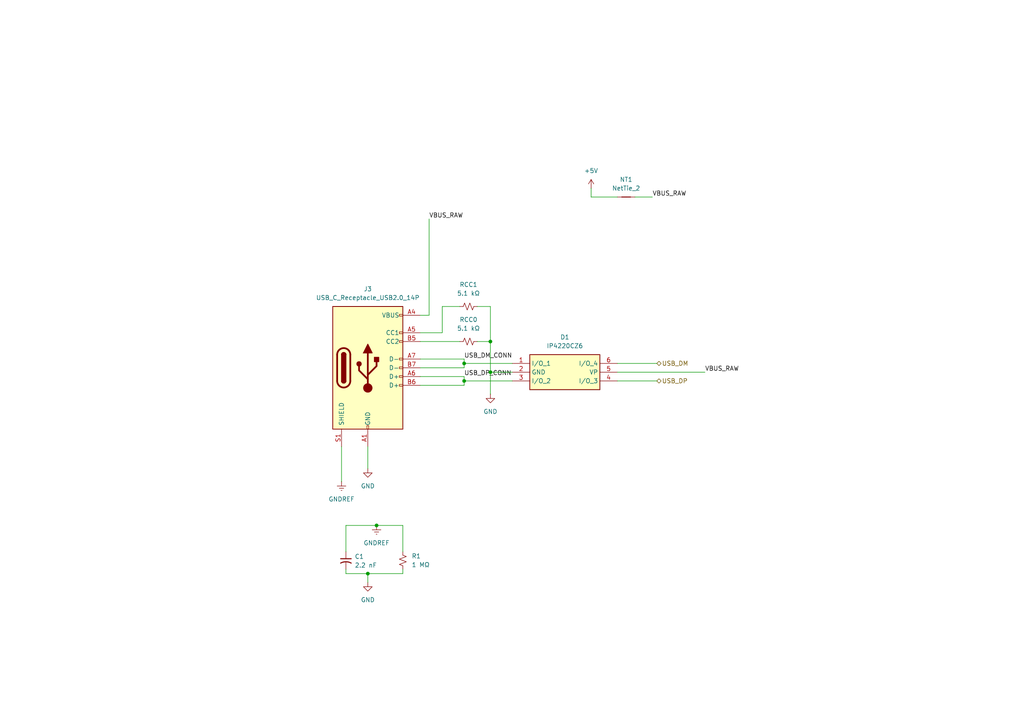
<source format=kicad_sch>
(kicad_sch (version 20250114) (generator "eeschema") (generator_version "9.0")
  (paper "A4")
  (title_block (title "Frontend") (date "2025-10-22") (rev "1"))
  (lib_symbols
    (symbol "Connector:USB_C_Receptacle_USB2.0_14P" (pin_names (offset 1.016))
      (property "Reference" "J1" (at 0 22.86 0))
      (property "Value" "USB_C_Receptacle_USB2.0_14P" (at 0 20.32 0))
      (symbol "USB_C_Receptacle_USB2.0_14P_0_0"
        (rectangle (start -0.254 -17.78) (end 0.254 -16.764))
        (rectangle (start 10.16 15.494) (end 9.144 14.986))
        (rectangle (start 10.16 10.414) (end 9.144 9.906))
        (rectangle (start 10.16 7.874) (end 9.144 7.366))
        (rectangle (start 10.16 2.794) (end 9.144 2.286))
        (rectangle (start 10.16 0.254) (end 9.144 -0.254))
        (rectangle (start 10.16 -2.286) (end 9.144 -2.794))
        (rectangle (start 10.16 -4.826) (end 9.144 -5.334))
      )
      (symbol "USB_C_Receptacle_USB2.0_14P_0_1"
        (rectangle (start -10.16 17.78) (end 10.16 -17.78) (stroke (width 0.254)) (fill (type background)))
        (polyline (pts (xy -8.89 -3.81) (xy -8.89 3.81)) (stroke (width 0.508)))
        (rectangle (start -7.62 -3.81) (end -6.35 3.81) (stroke (width 0.254)) (fill (type outline)))
        (arc (start -7.62 3.81) (mid -6.985 4.4423) (end -6.35 3.81) (stroke (width 0.254)))
        (arc (start -7.62 3.81) (mid -6.985 4.4423) (end -6.35 3.81) (stroke (width 0.254)) (fill (type outline)))
        (arc (start -8.89 3.81) (mid -6.985 5.7067) (end -5.08 3.81) (stroke (width 0.508)))
        (arc (start -5.08 -3.81) (mid -6.985 -5.7067) (end -8.89 -3.81) (stroke (width 0.508)))
        (arc (start -6.35 -3.81) (mid -6.985 -4.4423) (end -7.62 -3.81) (stroke (width 0.254)))
        (arc (start -6.35 -3.81) (mid -6.985 -4.4423) (end -7.62 -3.81) (stroke (width 0.254)) (fill (type outline)))
        (polyline (pts (xy -5.08 3.81) (xy -5.08 -3.81)) (stroke (width 0.508)))
        (circle (center -2.54 1.143) (radius 0.635) (stroke (width 0.254)) (fill (type outline)))
        (polyline (pts (xy -1.27 4.318) (xy 0 6.858) (xy 1.27 4.318) (xy -1.27 4.318)) (stroke (width 0.254)) (fill (type outline)))
        (polyline (pts (xy 0 -2.032) (xy 2.54 0.508) (xy 2.54 1.778)) (stroke (width 0.508)))
        (polyline (pts (xy 0 -3.302) (xy -2.54 -0.762) (xy -2.54 0.508)) (stroke (width 0.508)))
        (polyline (pts (xy 0 -5.842) (xy 0 4.318)) (stroke (width 0.508)))
        (circle (center 0 -5.842) (radius 1.27) (fill (type outline)))
        (rectangle (start 1.905 1.778) (end 3.175 3.048) (stroke (width 0.254)) (fill (type outline)))
      )
      (symbol "USB_C_Receptacle_USB2.0_14P_1_1"
        (pin passive line (at -7.62 -22.86 90) (length 5.08) (name "SHIELD") (number "S1"))
        (pin passive line (at 0 -22.86 90) (length 5.08) (name "GND") (number "A1"))
        (pin passive line (at 0 -22.86 90) (length 5.08) (hide yes) (name "GND") (number "A12"))
        (pin passive line (at 0 -22.86 90) (length 5.08) (hide yes) (name "GND") (number "B1"))
        (pin passive line (at 0 -22.86 90) (length 5.08) (hide yes) (name "GND") (number "B12"))
        (pin passive line (at 15.24 15.24 180) (length 5.08) (name "VBUS") (number "A4"))
        (pin passive line (at 15.24 15.24 180) (length 5.08) (hide yes) (name "VBUS") (number "A9"))
        (pin passive line (at 15.24 15.24 180) (length 5.08) (hide yes) (name "VBUS") (number "B4"))
        (pin passive line (at 15.24 15.24 180) (length 5.08) (hide yes) (name "VBUS") (number "B9"))
        (pin bidirectional line (at 15.24 10.16 180) (length 5.08) (name "CC1") (number "A5"))
        (pin bidirectional line (at 15.24 7.62 180) (length 5.08) (name "CC2") (number "B5"))
        (pin bidirectional line (at 15.24 2.54 180) (length 5.08) (name "D-") (number "A7"))
        (pin bidirectional line (at 15.24 0 180) (length 5.08) (name "D-") (number "B7"))
        (pin bidirectional line (at 15.24 -2.54 180) (length 5.08) (name "D+") (number "A6"))
        (pin bidirectional line (at 15.24 -5.08 180) (length 5.08) (name "D+") (number "B6"))
      )
    )
    (symbol "Device:C_Small_US" (pin_numbers (hide yes)) (pin_names (offset 0.254) (hide yes))
      (property "Reference" "C" (at 0.254 1.778 0))
      (property "Value" "C_Small_US" (at 0.254 -2.032 0))
      (symbol "C_Small_US_0_1"
        (polyline (pts (xy -1.524 0.508) (xy 1.524 0.508)) (stroke (width 0.3048)))
        (arc (start -1.524 -0.762) (mid 0 -0.3734) (end 1.524 -0.762) (stroke (width 0.3048)))
      )
      (symbol "C_Small_US_1_1"
        (pin passive line (at 0 2.54 270) (length 2.032) (name "~") (number "1"))
        (pin passive line (at 0 -2.54 90) (length 2.032) (name "~") (number "2"))
      )
    )
    (symbol "Device:NetTie_2" (pin_numbers (hide yes)) (pin_names (offset 0) (hide yes)) (in_bom no)
      (property "Reference" "NT" (at 0 1.27 0))
      (property "Value" "NetTie_2" (at 0 -1.27 0))
      (symbol "NetTie_2_0_1"
        (polyline (pts (xy -1.27 0) (xy 1.27 0)) (stroke (width 0.254)))
      )
      (symbol "NetTie_2_1_1"
        (pin passive line (at -2.54 0 0) (length 2.54) (name "1") (number "1"))
        (pin passive line (at 2.54 0 180) (length 2.54) (name "2") (number "2"))
      )
    )
    (symbol "Device:R_Small_US" (pin_numbers (hide yes)) (pin_names (offset 0.254) (hide yes))
      (property "Reference" "R" (at 0.762 0.508 0))
      (property "Value" "R_Small_US" (at 0.762 -1.016 0))
      (symbol "R_Small_US_1_1"
        (polyline (pts (xy 0 1.524) (xy 1.016 1.143) (xy 0 0.762) (xy -1.016 0.381) (xy 0 0)))
        (polyline (pts (xy 0 0) (xy 1.016 -0.381) (xy 0 -0.762) (xy -1.016 -1.143) (xy 0 -1.524)))
        (pin passive line (at 0 2.54 270) (length 1.016) (name "~") (number "1"))
        (pin passive line (at 0 -2.54 90) (length 1.016) (name "~") (number "2"))
      )
    )
    (symbol "SamacSys:IP4220CZ6"
      (property "Reference" "D1" (at 15.24 7.62 0))
      (property "Value" "IP4220CZ6" (at 15.24 5.08 0))
      (symbol "IP4220CZ6_1_1"
        (rectangle (start 5.08 2.54) (end 25.4 -7.62) (stroke (width 0.254)) (fill (type background)))
        (pin passive line (at 0 0 0) (length 5.08) (name "I/O_1") (number "1"))
        (pin passive line (at 0 -2.54 0) (length 5.08) (name "GND") (number "2"))
        (pin passive line (at 0 -5.08 0) (length 5.08) (name "I/O_2") (number "3"))
        (pin passive line (at 30.48 0 180) (length 5.08) (name "I/O_4") (number "6"))
        (pin passive line (at 30.48 -2.54 180) (length 5.08) (name "VP") (number "5"))
        (pin passive line (at 30.48 -5.08 180) (length 5.08) (name "I/O_3") (number "4"))
      )
    )
    (symbol "power:+5V" (power) (pin_numbers (hide yes)) (pin_names (offset 0) (hide yes))
      (property "Value" "+5V" (at 0 3.556 0))
      (symbol "+5V_0_1"
        (polyline (pts (xy -0.762 1.27) (xy 0 2.54)))
        (polyline (pts (xy 0 2.54) (xy 0.762 1.27)))
        (polyline (pts (xy 0 0) (xy 0 2.54)))
      )
      (symbol "+5V_1_1"
        (pin power_in line (at 0 0 90) (length 0) (name "~") (number "1"))
      )
    )
    (symbol "power:GND" (power) (pin_numbers (hide yes)) (pin_names (offset 0) (hide yes))
      (property "Value" "GND" (at 0 -3.81 0))
      (symbol "GND_0_1"
        (polyline (pts (xy 0 0) (xy 0 -1.27) (xy 1.27 -1.27) (xy 0 -2.54) (xy -1.27 -1.27) (xy 0 -1.27)))
      )
      (symbol "GND_1_1"
        (pin power_in line (at 0 0 270) (length 0) (name "~") (number "1"))
      )
    )
    (symbol "power:GNDREF" (power) (pin_numbers (hide yes)) (pin_names (offset 0) (hide yes))
      (property "Value" "GNDREF" (at 0 -3.81 0))
      (symbol "GNDREF_0_1"
        (polyline (pts (xy -0.635 -1.905) (xy 0.635 -1.905)))
        (polyline (pts (xy -0.127 -2.54) (xy 0.127 -2.54)))
        (polyline (pts (xy 0 -1.27) (xy 0 0)))
        (polyline (pts (xy 1.27 -1.27) (xy -1.27 -1.27)))
      )
      (symbol "GNDREF_1_1"
        (pin power_in line (at 0 0 270) (length 0) (name "~") (number "1"))
      )
    )
  )
  (junction (at 142.24 99.06))
  (junction (at 134.62 110.49))
  (junction (at 142.24 107.95))
  (junction (at 134.62 105.41))
  (junction (at 106.68 166.37))
  (junction (at 109.22 152.4))
  (wire (pts (xy 142.24 107.95) (xy 142.24 114.3)))
  (wire (pts (xy 134.62 110.49) (xy 134.62 111.76)))
  (wire (pts (xy 134.62 104.14) (xy 134.62 105.41)))
  (wire (pts (xy 148.59 107.95) (xy 142.24 107.95)))
  (wire (pts (xy 179.07 57.15) (xy 171.45 57.15)))
  (wire (pts (xy 138.43 88.9) (xy 142.24 88.9)))
  (wire (pts (xy 116.84 166.37) (xy 116.84 165.1)))
  (wire (pts (xy 179.07 110.49) (xy 190.5 110.49)))
  (wire (pts (xy 134.62 109.22) (xy 134.62 110.49)))
  (wire (pts (xy 128.27 96.52) (xy 128.27 88.9)))
  (wire (pts (xy 121.92 96.52) (xy 128.27 96.52)))
  (wire (pts (xy 121.92 111.76) (xy 134.62 111.76)))
  (wire (pts (xy 100.33 152.4) (xy 109.22 152.4)))
  (wire (pts (xy 142.24 88.9) (xy 142.24 99.06)))
  (wire (pts (xy 128.27 88.9) (xy 133.35 88.9)))
  (wire (pts (xy 121.92 109.22) (xy 134.62 109.22)))
  (wire (pts (xy 106.68 129.54) (xy 106.68 135.89)))
  (wire (pts (xy 171.45 57.15) (xy 171.45 54.61)))
  (wire (pts (xy 138.43 99.06) (xy 142.24 99.06)))
  (wire (pts (xy 100.33 166.37) (xy 106.68 166.37)))
  (wire (pts (xy 121.92 99.06) (xy 133.35 99.06)))
  (wire (pts (xy 121.92 106.68) (xy 134.62 106.68)))
  (wire (pts (xy 121.92 91.44) (xy 124.46 91.44)))
  (wire (pts (xy 106.68 166.37) (xy 106.68 168.91)))
  (wire (pts (xy 99.06 129.54) (xy 99.06 139.7)))
  (wire (pts (xy 124.46 63.5) (xy 124.46 91.44)))
  (wire (pts (xy 116.84 166.37) (xy 106.68 166.37)))
  (wire (pts (xy 134.62 110.49) (xy 148.59 110.49)))
  (wire (pts (xy 134.62 105.41) (xy 148.59 105.41)))
  (wire (pts (xy 100.33 160.02) (xy 100.33 152.4)))
  (wire (pts (xy 116.84 152.4) (xy 109.22 152.4)))
  (wire (pts (xy 116.84 160.02) (xy 116.84 152.4)))
  (wire (pts (xy 100.33 166.37) (xy 100.33 165.1)))
  (wire (pts (xy 134.62 106.68) (xy 134.62 105.41)))
  (wire (pts (xy 179.07 107.95) (xy 204.47 107.95)))
  (wire (pts (xy 142.24 99.06) (xy 142.24 107.95)))
  (wire (pts (xy 189.23 57.15) (xy 184.15 57.15)))
  (wire (pts (xy 179.07 105.41) (xy 190.5 105.41)))
  (wire (pts (xy 121.92 104.14) (xy 134.62 104.14)))
  (label "USB_DP_CONN" (at 134.62 109.22 0))
  (label "VBUS_RAW" (at 204.47 107.95 0))
  (label "VBUS_RAW" (at 124.46 63.5 0))
  (label "VBUS_RAW" (at 189.23 57.15 0))
  (label "USB_DM_CONN" (at 134.62 104.14 0))
  (hierarchical_label "USB_DM" (shape bidirectional) (at 190.5 105.41 0))
  (hierarchical_label "USB_DP" (shape bidirectional) (at 190.5 110.49 0))
  (symbol (lib_id "power:GNDREF") (at 99.06 139.7 0) (unit 1)
    (property "Reference" "#PWR029" (effects (hide yes)))
    (property "Value" "GNDREF" (at 99.06 144.78 0))
    (property "Description" "Power symbol creates a global label with name \"GNDREF\" , reference supply ground" (effects (hide yes)))
  )
  (symbol (lib_id "SamacSys:IP4220CZ6") (at 148.59 105.41 0) (unit 1)
    (property "Reference" "D1" (at 163.83 97.79 0))
    (property "Value" "IP4220CZ6" (at 163.83 100.33 0))
    (property "Footprint" "SamacSys:IP4220CZ6" (effects (hide yes)))
    (property "Datasheet" "https://assets.nexperia.com/documents/data-sheet/IP4220CZ6.pdf" (effects (hide yes)))
    (property "Description" "Dual Schmitt-Trigger Inverter" (effects (hide yes)))
    (property "Height" "1.1" (effects (hide yes)))
    (property "Manufacturer_Name" "Nexperia" (effects (hide yes)))
    (property "Manufacturer_Part_Number" "IP4220CZ6" (effects (hide yes)))
    (property "Mouser Part Number" "N/A" (effects (hide yes)))
    (property "Mouser Price/Stock" "https://www.mouser.co.uk/ProductDetail/Nexperia/IP4220CZ6?qs=vHuUswq2%252Bsz%2FcpO1r84zKA%3D%3D" (effects (hide yes)))
  )
  (symbol (lib_id "power:GND") (at 106.68 135.89 0) (unit 1)
    (property "Reference" "#PWR034" (effects (hide yes)))
    (property "Value" "GND" (at 106.68 140.97 0))
    (property "Description" "Power symbol creates a global label with name \"GND\" , ground" (effects (hide yes)))
  )
  (symbol (lib_id "power:GND") (at 106.68 168.91 0) (unit 1)
    (property "Reference" "#PWR02" (effects (hide yes)))
    (property "Value" "GND" (at 106.68 173.99 0))
    (property "Description" "Power symbol creates a global label with name \"GND\" , ground" (effects (hide yes)))
  )
  (symbol (lib_id "Device:R_Small_US") (at 135.89 99.06 90) (unit 1)
    (property "Reference" "RCC0" (at 135.89 92.71 90))
    (property "Value" "5.1 kΩ" (at 135.89 95.25 90))
    (property "Footprint" "Resistor_SMD:R_0805_2012Metric_Pad1.20x1.40mm_HandSolder" (effects (hide yes)))
  )
  (symbol (lib_id "Device:R_Small_US") (at 135.89 88.9 90) (unit 1)
    (property "Reference" "RCC1" (at 135.89 82.55 90))
    (property "Value" "5.1 kΩ" (at 135.89 85.09 90))
    (property "Footprint" "Resistor_SMD:R_0805_2012Metric_Pad1.20x1.40mm_HandSolder" (effects (hide yes)))
  )
  (symbol (lib_id "Device:NetTie_2") (at 181.61 57.15 180) (unit 1) (in_bom no)
    (property "Reference" "NT1" (at 181.61 52.07 0))
    (property "Value" "NetTie_2" (at 181.61 54.61 0))
    (property "Footprint" "NetTie:NetTie-2_SMD_Pad0.5mm" (effects (hide yes)))
    (property "Description" "Net tie, 2 pins" (effects (hide yes)))
  )
  (symbol (lib_id "Device:R_Small_US") (at 116.84 162.56 0) (unit 1)
    (property "Reference" "R1" (at 119.38 161.2899 0) (effects (justify left)))
    (property "Value" "1 MΩ" (at 119.38 163.8299 0) (effects (justify left)))
    (property "Footprint" "Resistor_SMD:R_0805_2012Metric_Pad1.20x1.40mm_HandSolder" (effects (hide yes)))
    (property "Description" "Resistor, small US symbol" (effects (hide yes)))
  )
  (symbol (lib_id "power:GNDREF") (at 109.22 152.4 0) (unit 1)
    (property "Reference" "#PWR030" (effects (hide yes)))
    (property "Value" "GNDREF" (at 109.22 157.48 0))
    (property "Description" "Power symbol creates a global label with name \"GNDREF\" , reference supply ground" (effects (hide yes)))
  )
  (symbol (lib_id "power:GND") (at 142.24 114.3 0) (unit 1)
    (property "Reference" "#PWR01" (effects (hide yes)))
    (property "Value" "GND" (at 142.24 119.38 0))
    (property "Description" "Power symbol creates a global label with name \"GND\" , ground" (effects (hide yes)))
  )
  (symbol (lib_id "Device:C_Small_US") (at 100.33 162.56 0) (unit 1)
    (property "Reference" "C1" (at 102.87 161.4169 0) (effects (justify left)))
    (property "Value" "2.2 nF" (at 102.87 163.9569 0) (effects (justify left)))
    (property "Footprint" "Capacitor_SMD:C_0805_2012Metric_Pad1.18x1.45mm_HandSolder" (effects (hide yes)))
    (property "Description" "capacitor, small US symbol" (effects (hide yes)))
  )
  (symbol (lib_id "power:+5V") (at 171.45 54.61 0) (unit 1)
    (property "Reference" "#PWR03" (effects (hide yes)))
    (property "Value" "+5V" (at 171.45 49.53 0))
    (property "Description" "Power symbol creates a global label with name \"+5V\"" (effects (hide yes)))
  )
  (symbol (lib_id "Connector:USB_C_Receptacle_USB2.0_14P") (at 106.68 106.68 0) (unit 1)
    (property "Reference" "J3" (at 106.68 83.82 0))
    (property "Value" "USB_C_Receptacle_USB2.0_14P" (at 106.68 86.36 0))
    (property "Footprint" "Connector_USB:USB_C_Receptacle_GCT_USB4085" (effects (hide yes)))
    (property "Datasheet" "https://www.usb.org/sites/default/files/documents/usb_type-c.zip" (effects (hide yes)))
    (property "Description" "USB 2.0-only 14P Type-C Receptacle connector" (effects (hide yes)))
  )
)
</source>
